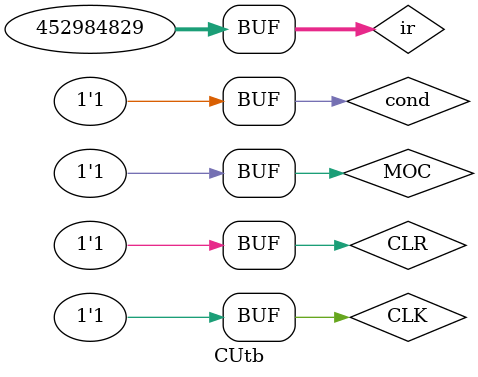
<source format=v>
`timescale 1ns / 100ps 
module CUtb;
	//CU parameters:
	wire RFLd,IRLd,MARLd;
	wire MDRLd,RW, MOV;
	wire [1:0]typeData;
	wire [3:0]px;
	wire FRLd;
	wire MA1,MA0;
	wire MB1,MB0;
	wire MC2,MC1,MC0;
	wire MD, ME;
	wire MF1,MF; 
	wire MH;
	wire MI0,MI1; 
	wire MJ0,MJ1;
	wire T2, T1, T0;
	wire S5,S4,S3,S0;
	wire OP4,OP3, OP2,OP1,OP0;
	//nextStateEnc fields 
	reg  [31:0]ir;	
	//CLK field
	reg CLK;
	reg CLR;
	//RAM FIELDS
	reg [31:0] DataIn; 
	reg [31:0] DataOut;
	reg [7:0] address; 
	reg MOC;
	reg cond;
	//instanitate a ram 
	
	//instanitate a controlUnit
	controlUnit cu(CLR,CLK,cond, MOC, ir, RFLd, IRLd, MARLd, MDRLd, RW, MOV, typeData,px, FRLd, MA1, MA0, MB1, MB0, MC2, MC1, MC0, MD, ME,MF1, MF0, MG,MH, MI1,MI0,MJ1,MJ0, E, T2, T1,T0,S5,S4,S3,S2,S1,S0, OP4, OP3, OP2, OP1, OP0);	
	initial begin
		ir[31:0] = 32'b00011010111111111111111111111101;
		CLR = 1;
		cond = 1;
		MOC = 1; 
		CLK = 1;
		#5 CLK <= !CLK;//1
		//2
		#10 CLK = ~CLK;
		#10 CLK = ~CLK;
		//3
		#10 CLK = ~CLK; 
		#10 CLK = ~CLK;
		//4 
	    #10 CLK = ~CLK; 
		#10 CLK = ~CLK;
		//5
	    #10 CLK = ~CLK; 
		#10 CLK = ~CLK;
		//6
	    #10 CLK = ~CLK; 
		#10 CLK = ~CLK;
		//7
	    #10 CLK = ~CLK; 
		#10 CLK = ~CLK;	
		//8
	    #10 CLK = ~CLK; 
		#10 CLK = ~CLK;
		//9
	    #10 CLK = ~CLK; 
		#10 CLK = ~CLK;			
	end
	initial
	$monitor(" state =%d, CLK = %d,ir = %h ,RfLd=%d, IRLd=%d, MARLd=%d, MDRLd=%d, RW =%d, MOV=%d, typeData=%d,px=%d, FRLd=%d, MA1=%d, MA0=%d, MB1=%d, MB0=%d, MC2 = %d,MC1=%d, MC0=%d, MD=%d, ME=%d,MF1 = %d,MF=%d,MG = %d,MH=%d, MI1=%d,MI0=%d,MJ1 = %d, MJ0 = %d,T2 = %d,T1=%d,T0=%d,S5=%d,S4=%d,S3=%d,S2=%d,S1=%d,S0=%d,OP4=%d,OP3=%d,OP2=%d,OP1=%d, OP0=%d",cu.state, CLK, ir, RFLd, IRLd, MARLd, MDRLd, RW, MOV, typeData,px, FRLd, MA1, MA0, MB1, MB0, MC2, MC1, MC0, MD, ME,MF1, MF0, MG,MH, MI1,MI0,MJ1,MJ0, E, T2, T1,T0,S5,S4,S3,S2,S1,S0,OP4, OP3, OP2, OP1, OP0);

endmodule
</source>
